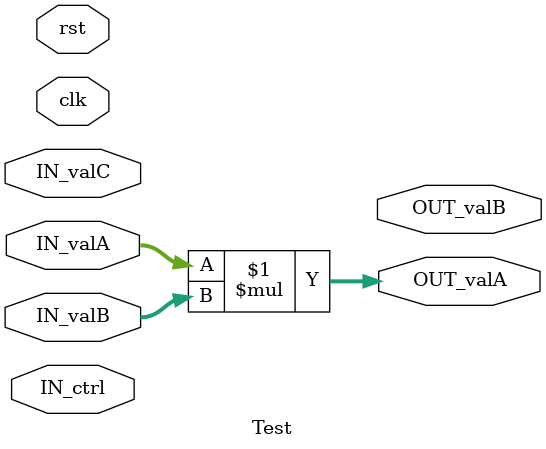
<source format=sv>
module Test#(parameter N = 8)
(
  input logic clk,
  input logic rst,
  input logic[N-1:0] IN_valA,
  input logic[N-1:0] IN_valB,
  input logic[N-1:0] IN_valC,
  input logic IN_ctrl,
  output logic[N-1:0] OUT_valA,
  output logic[N-1:0] OUT_valB
);

assign OUT_valA = IN_valA * IN_valB;

endmodule

</source>
